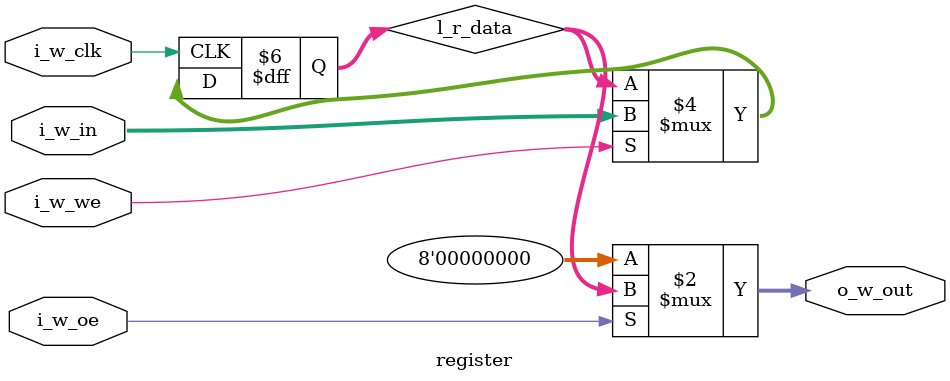
<source format=v>
module register #(
    parameter p_data_width = 8,
    parameter p_initial_value = 16'hxxxx
) (
    output wire [(p_data_width - 1):0] o_w_out,
    input wire [(p_data_width - 1):0] i_w_in,
    input wire i_w_clk,
    input wire i_w_we,
    input wire i_w_oe
);

    reg [(p_data_width - 1):0] l_r_data;
    initial begin
        l_r_data = p_initial_value;
    end

    always @(posedge i_w_clk) begin
        if(i_w_we) begin
            l_r_data <= i_w_in;
        end
    end

    assign o_w_out = i_w_oe ? l_r_data : {p_data_width{1'b0}};


endmodule
</source>
